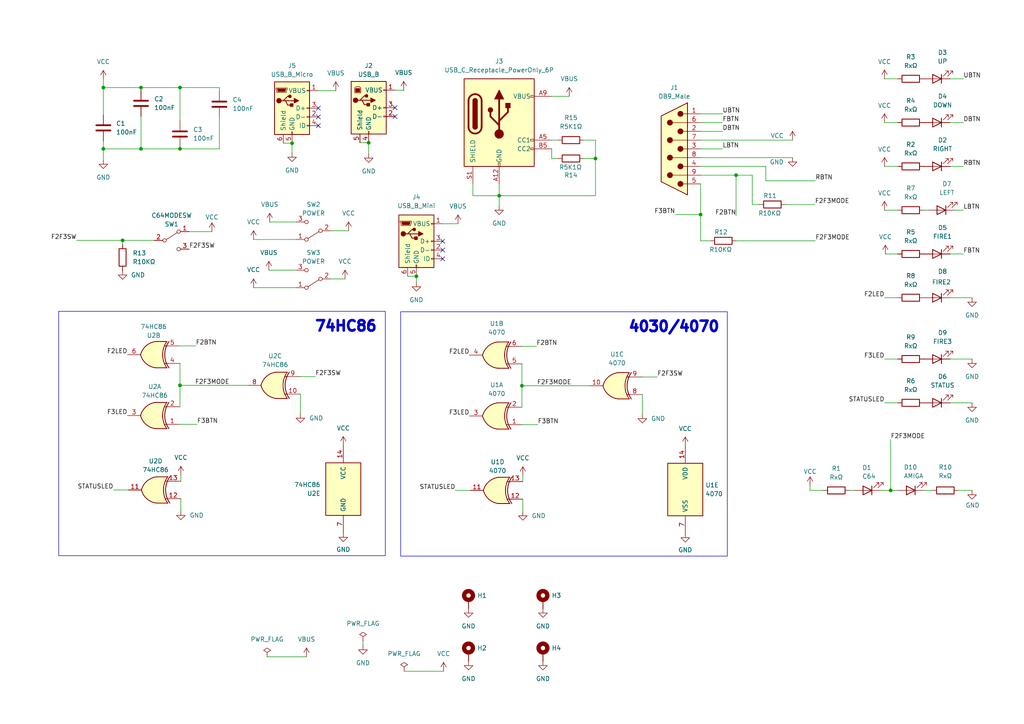
<source format=kicad_sch>
(kicad_sch (version 20250114) (generator "eeschema") (generator_version "9.0")
  (paper "A4")
  (title_block (title "joytester") (rev "1.0") (company "mistepien@wp.pl"))
  (lib_symbols
    (symbol "4xxx:4070" (pin_names (offset 1.016))
      (property "Reference" "U" (at 0 1.27 0))
      (property "Value" "4070" (at 0 -1.27 0))
      (symbol "4070_1_0"
        (pin input line (at -7.62 2.54 0) (length 4.445) (name "~") (number "1"))
        (pin input line (at -7.62 -2.54 0) (length 4.445) (name "~") (number "2"))
        (pin output line (at 7.62 0 180) (length 3.81) (name "~") (number "3"))
      )
      (symbol "4070_2_0"
        (pin input line (at -7.62 2.54 0) (length 4.445) (name "~") (number "5"))
        (pin input line (at -7.62 -2.54 0) (length 4.445) (name "~") (number "6"))
        (pin output line (at 7.62 0 180) (length 3.81) (name "~") (number "4"))
      )
      (symbol "4070_3_0"
        (pin input line (at -7.62 2.54 0) (length 4.445) (name "~") (number "8"))
        (pin input line (at -7.62 -2.54 0) (length 4.445) (name "~") (number "9"))
        (pin output line (at 7.62 0 180) (length 3.81) (name "~") (number "10"))
      )
      (symbol "4070_4_0"
        (pin input line (at -7.62 2.54 0) (length 4.445) (name "~") (number "12"))
        (pin input line (at -7.62 -2.54 0) (length 4.445) (name "~") (number "13"))
        (pin output line (at 7.62 0 180) (length 3.81) (name "~") (number "11"))
      )
      (symbol "4070_5_0"
        (pin power_in line (at 0 12.7 270) (length 5.08) (name "VDD") (number "14"))
        (pin power_in line (at 0 -12.7 90) (length 5.08) (name "VSS") (number "7"))
      )
    )
    (symbol "74xx:74HC86" (pin_names (offset 1.016))
      (property "Reference" "U" (at 0 1.27 0))
      (property "Value" "74HC86" (at 0 -1.27 0))
      (symbol "74HC86_1_0"
        (pin input line (at -7.62 2.54 0) (length 4.445) (name "~") (number "1"))
        (pin input line (at -7.62 -2.54 0) (length 4.445) (name "~") (number "2"))
        (pin output line (at 7.62 0 180) (length 3.81) (name "~") (number "3"))
      )
      (symbol "74HC86_2_0"
        (pin input line (at -7.62 2.54 0) (length 4.445) (name "~") (number "4"))
        (pin input line (at -7.62 -2.54 0) (length 4.445) (name "~") (number "5"))
        (pin output line (at 7.62 0 180) (length 3.81) (name "~") (number "6"))
      )
      (symbol "74HC86_3_0"
        (pin input line (at -7.62 2.54 0) (length 4.445) (name "~") (number "9"))
        (pin input line (at -7.62 -2.54 0) (length 4.445) (name "~") (number "10"))
        (pin output line (at 7.62 0 180) (length 3.81) (name "~") (number "8"))
      )
      (symbol "74HC86_4_0"
        (pin input line (at -7.62 2.54 0) (length 4.445) (name "~") (number "12"))
        (pin input line (at -7.62 -2.54 0) (length 4.445) (name "~") (number "13"))
        (pin output line (at 7.62 0 180) (length 3.81) (name "~") (number "11"))
      )
      (symbol "74HC86_5_0"
        (pin power_in line (at 0 12.7 270) (length 5.08) (name "VCC") (number "14"))
        (pin power_in line (at 0 -12.7 90) (length 5.08) (name "GND") (number "7"))
      )
    )
    (symbol "Connector:DE9_Plug" (pin_names (offset 1.016) (hide yes))
      (property "Reference" "J" (at 0 13.97 0))
      (property "Value" "DE9_Plug" (at 0 -14.605 0))
      (symbol "DE9_Plug_1_1"
        (pin passive line (at -7.62 10.16 0) (length 3.81) (name "5") (number "5"))
        (pin passive line (at -7.62 7.62 0) (length 3.81) (name "9") (number "9"))
        (pin passive line (at -7.62 5.08 0) (length 3.81) (name "4") (number "4"))
        (pin passive line (at -7.62 2.54 0) (length 3.81) (name "8") (number "8"))
        (pin passive line (at -7.62 0 0) (length 3.81) (name "3") (number "3"))
        (pin passive line (at -7.62 -2.54 0) (length 3.81) (name "7") (number "7"))
        (pin passive line (at -7.62 -5.08 0) (length 3.81) (name "2") (number "2"))
        (pin passive line (at -7.62 -7.62 0) (length 3.81) (name "6") (number "6"))
        (pin passive line (at -7.62 -10.16 0) (length 3.81) (name "1") (number "1"))
      )
    )
    (symbol "Connector:USB_B" (pin_names (offset 1.016))
      (property "Reference" "J" (at -5.08 11.43 0))
      (property "Value" "USB_B" (at -5.08 8.89 0))
      (symbol "USB_B_1_1"
        (pin passive line (at -2.54 -10.16 90) (length 2.54) (name "Shield") (number "5"))
        (pin power_out line (at 0 -10.16 90) (length 2.54) (name "GND") (number "4"))
        (pin power_out line (at 7.62 5.08 180) (length 2.54) (name "VBUS") (number "1"))
        (pin bidirectional line (at 7.62 0 180) (length 2.54) (name "D+") (number "3"))
        (pin bidirectional line (at 7.62 -2.54 180) (length 2.54) (name "D-") (number "2"))
      )
    )
    (symbol "Connector:USB_B_Micro" (pin_names (offset 1.016))
      (property "Reference" "J" (at -5.08 11.43 0))
      (property "Value" "USB_B_Micro" (at -5.08 8.89 0))
      (symbol "USB_B_Micro_1_1"
        (pin passive line (at -2.54 -10.16 90) (length 2.54) (name "Shield") (number "6"))
        (pin power_out line (at 0 -10.16 90) (length 2.54) (name "GND") (number "5"))
        (pin power_out line (at 7.62 5.08 180) (length 2.54) (name "VBUS") (number "1"))
        (pin bidirectional line (at 7.62 0 180) (length 2.54) (name "D+") (number "3"))
        (pin bidirectional line (at 7.62 -2.54 180) (length 2.54) (name "D-") (number "2"))
        (pin passive line (at 7.62 -5.08 180) (length 2.54) (name "ID") (number "4"))
      )
    )
    (symbol "Connector:USB_B_Mini" (pin_names (offset 1.016))
      (property "Reference" "J" (at -5.08 11.43 0))
      (property "Value" "USB_B_Mini" (at -5.08 8.89 0))
      (symbol "USB_B_Mini_1_1"
        (pin passive line (at -2.54 -10.16 90) (length 2.54) (name "Shield") (number "6"))
        (pin power_out line (at 0 -10.16 90) (length 2.54) (name "GND") (number "5"))
        (pin power_out line (at 7.62 5.08 180) (length 2.54) (name "VBUS") (number "1"))
        (pin bidirectional line (at 7.62 0 180) (length 2.54) (name "D+") (number "3"))
        (pin bidirectional line (at 7.62 -2.54 180) (length 2.54) (name "D-") (number "2"))
        (pin passive line (at 7.62 -5.08 180) (length 2.54) (name "ID") (number "4"))
      )
    )
    (symbol "Connector:USB_C_Receptacle_PowerOnly_6P" (pin_names (offset 1.016))
      (property "Reference" "J" (at 0 16.51 0))
      (property "Value" "USB_C_Receptacle_PowerOnly_6P" (at 0 13.97 0))
      (symbol "USB_C_Receptacle_PowerOnly_6P_1_1"
        (pin passive line (at -7.62 -17.78 90) (length 5.08) (name "SHIELD") (number "S1"))
        (pin passive line (at 0 -17.78 90) (length 5.08) (name "GND") (number "A12"))
        (pin passive line (at 0 -17.78 90) (length 5.08) (hide yes) (name "GND") (number "B12"))
        (pin passive line (at 15.24 7.62 180) (length 5.08) (name "VBUS") (number "A9"))
        (pin passive line (at 15.24 7.62 180) (length 5.08) (hide yes) (name "VBUS") (number "B9"))
        (pin bidirectional line (at 15.24 -5.08 180) (length 5.08) (name "CC1") (number "A5"))
        (pin bidirectional line (at 15.24 -7.62 180) (length 5.08) (name "CC2") (number "B5"))
      )
    )
    (symbol "Device:C" (pin_numbers (hide yes)) (pin_names (offset 0.254))
      (property "Reference" "C" (at 0.635 2.54 0))
      (property "Value" "C" (at 0.635 -2.54 0))
      (symbol "C_1_1"
        (pin passive line (at 0 3.81 270) (length 2.794) (name "~") (number "1"))
        (pin passive line (at 0 -3.81 90) (length 2.794) (name "~") (number "2"))
      )
    )
    (symbol "Device:LED" (pin_numbers (hide yes)) (pin_names (offset 1.016) (hide yes))
      (property "Reference" "D" (at 0 2.54 0))
      (property "Value" "LED" (at 0 -2.54 0))
      (symbol "LED_1_1"
        (pin passive line (at -3.81 0 0) (length 2.54) (name "K") (number "1"))
        (pin passive line (at 3.81 0 180) (length 2.54) (name "A") (number "2"))
      )
    )
    (symbol "Device:R" (pin_numbers (hide yes)) (pin_names (offset 0))
      (property "Reference" "R" (at 2.032 0 90))
      (property "Value" "R" (at 0 0 90))
      (symbol "R_1_1"
        (pin passive line (at 0 3.81 270) (length 1.27) (name "~") (number "1"))
        (pin passive line (at 0 -3.81 90) (length 1.27) (name "~") (number "2"))
      )
    )
    (symbol "Mechanical:MountingHole_Pad" (pin_numbers (hide yes)) (pin_names (offset 1.016) (hide yes)) (exclude_from_sim yes) (in_bom no)
      (property "Reference" "H" (at 0 6.35 0))
      (property "Value" "MountingHole_Pad" (at 0 4.445 0))
      (symbol "MountingHole_Pad_1_1"
        (pin input line (at 0 -2.54 90) (length 2.54) (name "1") (number "1"))
      )
    )
    (symbol "Switch:SW_SPDT" (pin_names (offset 0) (hide yes))
      (property "Reference" "SW" (at 0 4.318 0))
      (property "Value" "SW_SPDT" (at 0 -5.08 0))
      (symbol "SW_SPDT_1_1"
        (pin passive line (at -5.08 0 0) (length 2.54) (name "B") (number "2"))
        (pin passive line (at 5.08 2.54 180) (length 2.54) (name "A") (number "1"))
        (pin passive line (at 5.08 -2.54 180) (length 2.54) (name "C") (number "3"))
      )
    )
    (symbol "power:GND" (power) (pin_names (offset 0))
      (property "Value" "GND" (at 0 -3.81 0))
      (symbol "GND_1_1"
        (pin power_in line (at 0 0 270) (length 0) (hide yes) (name "GND") (number "1"))
      )
    )
    (symbol "power:PWR_FLAG" (power) (pin_numbers (hide yes)) (pin_names (offset 0) (hide yes))
      (property "Value" "PWR_FLAG" (at 0 3.81 0))
      (symbol "PWR_FLAG_0_0"
        (pin power_out line (at 0 0 90) (length 0) (name "pwr") (number "1"))
      )
    )
    (symbol "power:VBUS" (power) (pin_names (offset 0))
      (property "Value" "VBUS" (at 0 3.81 0))
      (symbol "VBUS_1_1"
        (pin power_in line (at 0 0 90) (length 0) (hide yes) (name "VBUS") (number "1"))
      )
    )
    (symbol "power:VCC" (power) (pin_names (offset 0))
      (property "Value" "VCC" (at 0 3.81 0))
      (symbol "VCC_1_1"
        (pin power_in line (at 0 0 90) (length 0) (hide yes) (name "VCC") (number "1"))
      )
    )
  )
  (rectangle (start 116.205 90.424) (end 210.947 161.29))
  (rectangle (start 17.018 90.297) (end 111.76 161.163))
  (text "74HC86" (at 91.059 96.52 0) (effects (font (size 3 3) (thickness 0.8) (bold yes)) (justify left bottom)))
  (text "4030/4070" (at 181.991 96.647 0) (effects (font (size 3 3) (thickness 0.8) (bold yes)) (justify left bottom)))
  (junction (at 144.78 56.769))
  (junction (at 120.777 80.137))
  (junction (at 52.197 43.18))
  (junction (at 40.894 43.18))
  (junction (at 106.934 41.402))
  (junction (at 29.972 43.18))
  (junction (at 40.894 25.4))
  (junction (at 52.197 111.76))
  (junction (at 151.384 111.887))
  (junction (at 213.487 50.8))
  (junction (at 29.972 25.4))
  (junction (at 258.318 142.24))
  (junction (at 203.2 62.23))
  (junction (at 35.56 69.723))
  (junction (at 84.709 41.529))
  (junction (at 52.197 25.4))
  (junction (at 172.72 45.974))
  (no_connect (at 114.554 33.782))
  (no_connect (at 92.329 36.449))
  (no_connect (at 92.329 31.369))
  (no_connect (at 92.329 33.909))
  (no_connect (at 128.397 72.517))
  (no_connect (at 114.554 31.242))
  (no_connect (at 128.397 75.057))
  (no_connect (at 128.397 69.977))
  (wire (pts (xy 118.237 80.137) (xy 120.777 80.137)))
  (wire (pts (xy 35.56 69.723) (xy 44.704 69.723)))
  (wire (pts (xy 73.533 69.469) (xy 85.852 69.469)))
  (wire (pts (xy 52.197 25.4) (xy 63.627 25.4)))
  (wire (pts (xy 151.384 105.537) (xy 151.384 111.887)))
  (wire (pts (xy 229.87 40.64) (xy 203.2 40.64)))
  (wire (pts (xy 40.894 25.4) (xy 52.197 25.4)))
  (wire (pts (xy 73.533 83.439) (xy 85.852 83.439)))
  (wire (pts (xy 144.78 56.769) (xy 144.78 53.34)))
  (wire (pts (xy 161.798 45.974) (xy 160.02 45.974)))
  (wire (pts (xy 29.972 43.18) (xy 29.972 40.894)))
  (wire (pts (xy 222.123 48.26) (xy 222.123 52.451)))
  (wire (pts (xy 172.72 45.974) (xy 172.72 56.769)))
  (wire (pts (xy 213.614 69.85) (xy 236.474 69.85)))
  (wire (pts (xy 52.197 111.76) (xy 71.882 111.76)))
  (wire (pts (xy 52.197 111.76) (xy 52.197 117.983)))
  (wire (pts (xy 227.838 59.309) (xy 236.347 59.309)))
  (wire (pts (xy 256.794 73.66) (xy 260.35 73.66)))
  (wire (pts (xy 258.318 127.508) (xy 258.318 142.24)))
  (wire (pts (xy 234.95 142.24) (xy 238.76 142.24)))
  (wire (pts (xy 120.777 81.915) (xy 120.777 80.137)))
  (wire (pts (xy 40.894 33.782) (xy 40.894 43.18)))
  (wire (pts (xy 276.86 60.96) (xy 279.4 60.96)))
  (wire (pts (xy 256.54 104.14) (xy 260.35 104.14)))
  (wire (pts (xy 144.78 59.69) (xy 144.78 56.769)))
  (wire (pts (xy 105.283 187.198) (xy 105.283 185.928)))
  (wire (pts (xy 151.638 148.336) (xy 151.638 144.78)))
  (wire (pts (xy 258.318 142.24) (xy 260.35 142.24)))
  (wire (pts (xy 137.16 56.769) (xy 137.16 53.34)))
  (wire (pts (xy 22.225 69.723) (xy 35.56 69.723)))
  (wire (pts (xy 96.012 66.929) (xy 101.092 66.929)))
  (wire (pts (xy 165.1 27.94) (xy 160.02 27.94)))
  (wire (pts (xy 172.72 45.974) (xy 169.418 45.974)))
  (wire (pts (xy 275.59 35.56) (xy 279.4 35.56)))
  (wire (pts (xy 275.59 73.66) (xy 279.4 73.66)))
  (wire (pts (xy 61.468 67.183) (xy 54.864 67.183)))
  (wire (pts (xy 52.197 25.4) (xy 52.197 35.052)))
  (wire (pts (xy 35.56 70.866) (xy 35.56 69.723)))
  (wire (pts (xy 256.54 22.86) (xy 260.35 22.86)))
  (wire (pts (xy 256.54 35.56) (xy 260.35 35.56)))
  (wire (pts (xy 246.38 142.24) (xy 247.777 142.24)))
  (wire (pts (xy 203.2 69.85) (xy 205.994 69.85)))
  (wire (pts (xy 132.08 142.24) (xy 136.398 142.24)))
  (wire (pts (xy 172.72 56.769) (xy 144.78 56.769)))
  (wire (pts (xy 203.2 69.85) (xy 203.2 62.23)))
  (wire (pts (xy 255.397 142.24) (xy 258.318 142.24)))
  (wire (pts (xy 222.123 48.26) (xy 203.2 48.26)))
  (wire (pts (xy 256.54 60.96) (xy 260.35 60.96)))
  (wire (pts (xy 256.54 86.36) (xy 260.35 86.36)))
  (wire (pts (xy 218.186 50.8) (xy 218.186 59.309)))
  (wire (pts (xy 209.55 43.18) (xy 203.2 43.18)))
  (wire (pts (xy 78.232 64.389) (xy 85.852 64.389)))
  (wire (pts (xy 52.197 123.063) (xy 57.15 123.063)))
  (wire (pts (xy 229.87 45.72) (xy 203.2 45.72)))
  (wire (pts (xy 209.55 35.56) (xy 203.2 35.56)))
  (wire (pts (xy 132.842 64.897) (xy 128.397 64.897)))
  (wire (pts (xy 256.54 116.84) (xy 260.35 116.84)))
  (wire (pts (xy 117.094 26.162) (xy 114.554 26.162)))
  (wire (pts (xy 151.384 123.19) (xy 155.956 123.19)))
  (wire (pts (xy 195.834 62.23) (xy 203.2 62.23)))
  (wire (pts (xy 100.076 80.899) (xy 96.012 80.899)))
  (wire (pts (xy 267.97 142.24) (xy 270.383 142.24)))
  (wire (pts (xy 275.59 22.86) (xy 279.4 22.86)))
  (wire (pts (xy 52.197 43.18) (xy 52.197 42.672)))
  (wire (pts (xy 281.94 116.84) (xy 275.59 116.84)))
  (wire (pts (xy 213.487 50.8) (xy 218.186 50.8)))
  (wire (pts (xy 172.72 40.64) (xy 172.72 45.974)))
  (wire (pts (xy 281.94 142.24) (xy 278.003 142.24)))
  (wire (pts (xy 151.384 111.887) (xy 171.069 111.887)))
  (wire (pts (xy 267.97 60.96) (xy 269.24 60.96)))
  (wire (pts (xy 222.123 52.451) (xy 236.474 52.451)))
  (wire (pts (xy 203.2 53.34) (xy 203.2 62.23)))
  (wire (pts (xy 52.451 148.209) (xy 52.451 144.653)))
  (wire (pts (xy 52.197 105.41) (xy 52.197 111.76)))
  (wire (pts (xy 256.54 48.26) (xy 260.35 48.26)))
  (wire (pts (xy 63.627 43.18) (xy 63.627 34.036)))
  (wire (pts (xy 151.384 111.887) (xy 151.384 118.11)))
  (wire (pts (xy 275.59 48.26) (xy 279.4 48.26)))
  (wire (pts (xy 151.384 100.457) (xy 155.575 100.457)))
  (wire (pts (xy 186.309 120.142) (xy 186.309 114.427)))
  (wire (pts (xy 52.197 43.18) (xy 63.627 43.18)))
  (wire (pts (xy 87.122 109.22) (xy 91.44 109.22)))
  (wire (pts (xy 63.627 25.4) (xy 63.627 26.416)))
  (wire (pts (xy 203.2 50.8) (xy 213.487 50.8)))
  (wire (pts (xy 186.309 109.347) (xy 190.627 109.347)))
  (wire (pts (xy 275.59 86.36) (xy 281.94 86.36)))
  (wire (pts (xy 29.972 22.987) (xy 29.972 25.4)))
  (wire (pts (xy 275.59 104.14) (xy 281.94 104.14)))
  (wire (pts (xy 106.934 41.402) (xy 106.934 44.577)))
  (wire (pts (xy 29.972 25.4) (xy 40.894 25.4)))
  (wire (pts (xy 32.893 142.113) (xy 37.211 142.113)))
  (wire (pts (xy 52.197 100.33) (xy 56.769 100.33)))
  (wire (pts (xy 52.451 137.795) (xy 52.451 139.573)))
  (wire (pts (xy 77.978 78.359) (xy 85.852 78.359)))
  (wire (pts (xy 172.72 40.64) (xy 169.418 40.64)))
  (wire (pts (xy 29.972 43.18) (xy 40.894 43.18)))
  (wire (pts (xy 160.02 45.974) (xy 160.02 43.18)))
  (wire (pts (xy 137.16 56.769) (xy 144.78 56.769)))
  (wire (pts (xy 97.409 26.289) (xy 92.329 26.289)))
  (wire (pts (xy 151.638 137.922) (xy 151.638 139.7)))
  (wire (pts (xy 77.47 190.5) (xy 88.9 190.5)))
  (wire (pts (xy 82.169 41.529) (xy 84.709 41.529)))
  (wire (pts (xy 40.894 43.18) (xy 52.197 43.18)))
  (wire (pts (xy 117.221 194.691) (xy 128.651 194.691)))
  (wire (pts (xy 29.972 43.18) (xy 29.972 46.355)))
  (wire (pts (xy 161.798 40.64) (xy 160.02 40.64)))
  (wire (pts (xy 209.55 33.02) (xy 203.2 33.02)))
  (wire (pts (xy 40.894 25.4) (xy 40.894 26.162)))
  (wire (pts (xy 87.122 120.015) (xy 87.122 114.3)))
  (wire (pts (xy 104.394 41.402) (xy 106.934 41.402)))
  (wire (pts (xy 218.186 59.309) (xy 220.218 59.309)))
  (wire (pts (xy 29.972 25.4) (xy 29.972 33.274)))
  (wire (pts (xy 234.95 140.843) (xy 234.95 142.24)))
  (wire (pts (xy 209.55 38.1) (xy 203.2 38.1)))
  (wire (pts (xy 84.709 44.323) (xy 84.709 41.529)))
  (wire (pts (xy 213.487 62.611) (xy 213.487 50.8)))
  (label "UBTN" (at 279.4 22.86 0))
  (label "F3BTN" (at 195.834 62.23 180))
  (label "DBTN" (at 279.4 35.56 0))
  (label "F2F3MODE" (at 236.474 69.85 0))
  (label "LBTN" (at 279.4 60.96 0))
  (label "F2F3MODE" (at 258.318 127.508 0))
  (label "RBTN" (at 236.474 52.451 0))
  (label "F2LED" (at 256.54 86.36 180))
  (label "RBTN" (at 279.4 48.26 0))
  (label "F2F3SW" (at 54.864 72.263 0))
  (label "UBTN" (at 209.55 33.02 0))
  (label "F3LED" (at 256.54 104.14 180))
  (label "F3LED" (at 136.144 120.65 180))
  (label "LBTN" (at 209.55 43.18 0))
  (label "F2F3SW" (at 22.225 69.723 180))
  (label "F2F3SW" (at 190.627 109.347 0))
  (label "F2BTN" (at 56.769 100.33 0))
  (label "F2LED" (at 136.144 102.997 180))
  (label "STATUSLED" (at 32.893 142.113 180))
  (label "F2BTN" (at 155.575 100.457 0))
  (label "F2BTN" (at 213.487 62.611 180))
  (label "F3BTN" (at 57.15 123.063 0))
  (label "F2F3SW" (at 91.44 109.22 0))
  (label "F2F3MODE" (at 236.347 59.309 0))
  (label "F2F3MODE" (at 66.548 111.76 180))
  (label "DBTN" (at 209.55 38.1 0))
  (label "F3BTN" (at 155.956 123.19 0))
  (label "F3LED" (at 36.957 120.523 180))
  (label "FBTN" (at 279.4 73.66 0))
  (label "STATUSLED" (at 132.08 142.24 180))
  (label "STATUSLED" (at 256.54 116.84 180))
  (label "FBTN" (at 209.55 35.56 0))
  (label "F2F3MODE" (at 165.735 111.887 180))
  (label "F2LED" (at 36.957 102.87 180))
  (symbol (lib_id "Device:R") (at 264.16 73.66 90) (unit 1)
    (property "Reference" "R5" (at 264.16 67.31 90))
    (property "Value" "RxΩ" (at 264.16 69.85 90))
    (property "Footprint" "misc:R_Axial_DIN0207_L6.3mm_D2.5mm_P10.16mm_Horizontal_Oval" (effects (hide yes)))
  )
  (symbol (lib_id "power:VCC") (at 256.54 48.26 0) (unit 1)
    (property "Reference" "#PWR013" (effects (hide yes)))
    (property "Value" "VCC" (at 256.54 43.307 0))
  )
  (symbol (lib_id "power:GND") (at 186.309 120.142 0) (unit 1)
    (property "Reference" "#PWR017" (effects (hide yes)))
    (property "Value" "GND" (at 188.849 121.4119 0) (effects (justify left)))
  )
  (symbol (lib_id "power:GND") (at 120.777 81.915 0) (unit 1)
    (property "Reference" "#PWR043" (effects (hide yes)))
    (property "Value" "GND" (at 120.777 86.995 0))
  )
  (symbol (lib_id "power:VCC") (at 52.451 137.795 0) (unit 1)
    (property "Reference" "#PWR023" (effects (hide yes)))
    (property "Value" "VCC" (at 52.451 132.715 0))
  )
  (symbol (lib_id "power:PWR_FLAG") (at 117.221 194.691 0) (unit 1)
    (property "Reference" "#FLG02" (effects (hide yes)))
    (property "Value" "PWR_FLAG" (at 117.221 189.611 0))
  )
  (symbol (lib_id "power:VBUS") (at 77.978 78.359 0) (unit 1)
    (property "Reference" "#PWR036" (effects (hide yes)))
    (property "Value" "VBUS" (at 77.978 73.279 0))
  )
  (symbol (lib_id "4xxx:4070") (at 178.689 111.887 180) (unit 3)
    (property "Reference" "U1" (at 178.9938 102.743 0))
    (property "Value" "4070" (at 178.9938 105.283 0))
    (property "Footprint" "PCM_Package_DIP_AKL:DIP-14_W7.62mm_Socket_LongPads" (effects (hide yes)))
    (property "Datasheet" "http://www.intersil.com/content/dam/Intersil/documents/cd40/cd4070bms-77bms.pdf" (effects (hide yes)))
  )
  (symbol (lib_id "power:GND") (at 144.78 59.69 0) (unit 1)
    (property "Reference" "#PWR030" (effects (hide yes)))
    (property "Value" "GND" (at 144.78 64.77 0))
  )
  (symbol (lib_id "power:VCC") (at 73.533 83.439 0) (unit 1)
    (property "Reference" "#PWR022" (effects (hide yes)))
    (property "Value" "VCC" (at 73.533 78.232 0))
  )
  (symbol (lib_id "power:GND") (at 135.89 191.77 0) (unit 1)
    (property "Reference" "#PWR047" (effects (hide yes)))
    (property "Value" "GND" (at 135.89 196.85 0))
  )
  (symbol (lib_id "power:VCC") (at 256.54 35.56 0) (unit 1)
    (property "Reference" "#PWR012" (effects (hide yes)))
    (property "Value" "VCC" (at 256.54 30.607 0))
  )
  (symbol (lib_id "Device:LED") (at 271.78 116.84 180) (unit 1)
    (property "Reference" "D6" (at 273.3675 109.22 0))
    (property "Value" "STATUS" (at 273.3675 111.76 0))
    (property "Footprint" "misc:LED_D3.0mm_Oval" (effects (hide yes)))
  )
  (symbol (lib_id "power:VBUS") (at 132.842 64.897 0) (unit 1)
    (property "Reference" "#PWR042" (effects (hide yes)))
    (property "Value" "VBUS" (at 132.842 59.817 0))
  )
  (symbol (lib_id "power:VCC") (at 151.638 137.922 0) (unit 1)
    (property "Reference" "#PWR010" (effects (hide yes)))
    (property "Value" "VCC" (at 151.638 132.842 0))
  )
  (symbol (lib_id "power:VCC") (at 128.651 194.691 0) (unit 1)
    (property "Reference" "#PWR021" (effects (hide yes)))
    (property "Value" "VCC" (at 128.651 189.611 0))
  )
  (symbol (lib_id "Switch:SW_SPDT") (at 90.932 66.929 180) (unit 1)
    (property "Reference" "SW2" (at 90.932 59.309 0))
    (property "Value" "POWER" (at 90.932 61.849 0))
    (property "Footprint" "misc:E-Switch-EG1218-Manufacturer_Recommended_Oval" (effects (hide yes)))
  )
  (symbol (lib_id "power:GND") (at 281.94 86.36 0) (unit 1)
    (property "Reference" "#PWR018" (effects (hide yes)))
    (property "Value" "GND" (at 281.94 91.44 0))
  )
  (symbol (lib_id "Device:C") (at 40.894 29.972 0) (unit 1)
    (property "Reference" "C2" (at 44.704 28.7019 0) (effects (justify left)))
    (property "Value" "100nF" (at 44.704 31.2419 0) (effects (justify left)))
    (property "Footprint" "misc:C_Disc_D3.8mm_W2.6mm_P2.50mm" (effects (hide yes)))
  )
  (symbol (lib_id "4xxx:4070") (at 198.755 141.986 0) (unit 5)
    (property "Reference" "U1" (at 204.597 140.716 0) (effects (justify left)))
    (property "Value" "4070" (at 204.597 143.256 0) (effects (justify left)))
    (property "Footprint" "PCM_Package_DIP_AKL:DIP-14_W7.62mm_Socket_LongPads" (effects (hide yes)))
    (property "Datasheet" "http://www.intersil.com/content/dam/Intersil/documents/cd40/cd4070bms-77bms.pdf" (effects (hide yes)))
  )
  (symbol (lib_id "Device:LED") (at 271.78 35.56 180) (unit 1)
    (property "Reference" "D4" (at 273.3675 27.94 0))
    (property "Value" "DOWN" (at 273.3675 30.48 0))
    (property "Footprint" "misc:LED_D3.0mm_Oval" (effects (hide yes)))
  )
  (symbol (lib_id "power:GND") (at 35.56 78.486 0) (mirror y) (unit 1)
    (property "Reference" "#PWR09" (effects (hide yes)))
    (property "Value" "GND" (at 37.973 79.756 0) (effects (justify right)))
  )
  (symbol (lib_id "power:GND") (at 87.122 120.015 0) (unit 1)
    (property "Reference" "#PWR027" (effects (hide yes)))
    (property "Value" "GND" (at 89.662 121.2849 0) (effects (justify left)))
  )
  (symbol (lib_id "power:VCC") (at 256.54 22.86 0) (unit 1)
    (property "Reference" "#PWR011" (effects (hide yes)))
    (property "Value" "VCC" (at 256.54 17.907 0))
  )
  (symbol (lib_id "Device:R") (at 264.16 86.36 90) (unit 1)
    (property "Reference" "R8" (at 264.16 80.01 90))
    (property "Value" "RxΩ" (at 264.16 82.55 90))
    (property "Footprint" "misc:R_Axial_DIN0207_L6.3mm_D2.5mm_P10.16mm_Horizontal_Oval" (effects (hide yes)))
  )
  (symbol (lib_id "Device:R") (at 165.608 40.64 270) (unit 1)
    (property "Reference" "R15" (at 165.608 34.163 90))
    (property "Value" "R5K1Ω" (at 165.608 36.703 90))
    (property "Footprint" "misc:R_Axial_DIN0207_L6.3mm_D2.5mm_P10.16mm_Horizontal_Oval" (effects (hide yes)))
  )
  (symbol (lib_id "power:VBUS") (at 78.232 64.389 0) (unit 1)
    (property "Reference" "#PWR033" (effects (hide yes)))
    (property "Value" "VBUS" (at 78.232 59.309 0))
  )
  (symbol (lib_id "Device:C") (at 63.627 30.226 0) (unit 1)
    (property "Reference" "C4" (at 67.437 28.9559 0) (effects (justify left)))
    (property "Value" "100nF" (at 67.437 31.4959 0) (effects (justify left)))
    (property "Footprint" "misc:C_Disc_D3.8mm_W2.6mm_P2.50mm" (effects (hide yes)))
  )
  (symbol (lib_id "power:GND") (at 229.87 45.72 0) (unit 1)
    (property "Reference" "#PWR06" (effects (hide yes)))
    (property "Value" "GND" (at 227.33 46.9901 0) (effects (justify right)))
  )
  (symbol (lib_id "power:GND") (at 106.934 44.577 0) (unit 1)
    (property "Reference" "#PWR03" (effects (hide yes)))
    (property "Value" "GND" (at 106.934 49.657 0))
  )
  (symbol (lib_id "power:VBUS") (at 97.409 26.289 0) (unit 1)
    (property "Reference" "#PWR039" (effects (hide yes)))
    (property "Value" "VBUS" (at 97.409 21.209 0))
  )
  (symbol (lib_id "Device:R") (at 224.028 59.309 90) (unit 1)
    (property "Reference" "R11" (at 225.298 56.769 90) (effects (justify left)))
    (property "Value" "R10KΩ" (at 226.568 61.849 90) (effects (justify left)))
    (property "Footprint" "misc:R_Axial_DIN0207_L6.3mm_D2.5mm_P10.16mm_Horizontal_Oval" (effects (hide yes)))
  )
  (symbol (lib_id "power:GND") (at 281.94 116.84 0) (unit 1)
    (property "Reference" "#PWR016" (effects (hide yes)))
    (property "Value" "GND" (at 281.94 121.92 0))
  )
  (symbol (lib_id "74xx:74HC86") (at 99.568 141.859 0) (unit 5)
    (property "Reference" "U2" (at 92.964 143.129 0) (effects (justify right)))
    (property "Value" "74HC86" (at 92.964 140.589 0) (effects (justify right)))
    (property "Footprint" "PCM_Package_DIP_AKL:DIP-14_W7.62mm_Socket_LongPads" (effects (hide yes)))
    (property "Datasheet" "http://www.ti.com/lit/gpn/sn74HC86" (effects (hide yes)))
  )
  (symbol (lib_id "Device:R") (at 165.608 45.974 270) (unit 1)
    (property "Reference" "R14" (at 165.608 50.8 90))
    (property "Value" "R5K1Ω" (at 165.481 48.514 90))
    (property "Footprint" "misc:R_Axial_DIN0207_L6.3mm_D2.5mm_P10.16mm_Horizontal_Oval" (effects (hide yes)))
  )
  (symbol (lib_id "Device:LED") (at 264.16 142.24 180) (unit 1)
    (property "Reference" "D10" (at 262.128 135.509 0) (effects (justify right)))
    (property "Value" "AMIGA" (at 262.128 138.049 0) (effects (justify right)))
    (property "Footprint" "misc:LED_D3.0mm_Oval" (effects (hide yes)))
  )
  (symbol (lib_id "Device:R") (at 264.16 116.84 90) (unit 1)
    (property "Reference" "R6" (at 264.16 110.49 90))
    (property "Value" "RxΩ" (at 264.16 113.03 90))
    (property "Footprint" "misc:R_Axial_DIN0207_L6.3mm_D2.5mm_P10.16mm_Horizontal_Oval" (effects (hide yes)))
  )
  (symbol (lib_id "power:GND") (at 105.283 187.198 0) (unit 1)
    (property "Reference" "#PWR020" (effects (hide yes)))
    (property "Value" "GND" (at 105.283 192.278 0))
  )
  (symbol (lib_id "power:GND") (at 157.48 176.53 0) (unit 1)
    (property "Reference" "#PWR045" (effects (hide yes)))
    (property "Value" "GND" (at 157.48 181.61 0))
  )
  (symbol (lib_id "Device:LED") (at 271.78 22.86 180) (unit 1)
    (property "Reference" "D3" (at 273.3675 15.24 0))
    (property "Value" "UP" (at 273.3675 17.78 0))
    (property "Footprint" "misc:LED_D3.0mm_Oval" (effects (hide yes)))
  )
  (symbol (lib_id "power:VCC") (at 99.568 129.159 0) (unit 1)
    (property "Reference" "#PWR028" (effects (hide yes)))
    (property "Value" "VCC" (at 99.568 124.206 0))
  )
  (symbol (lib_id "power:VCC") (at 198.755 129.286 0) (unit 1)
    (property "Reference" "#PWR040" (effects (hide yes)))
    (property "Value" "VCC" (at 198.755 124.333 0))
  )
  (symbol (lib_id "power:VCC") (at 229.87 40.64 0) (unit 1)
    (property "Reference" "#PWR08" (effects (hide yes)))
    (property "Value" "VCC" (at 227.33 39.3701 0) (effects (justify right)))
  )
  (symbol (lib_id "Device:R") (at 209.804 69.85 90) (unit 1)
    (property "Reference" "R12" (at 211.074 67.31 90) (effects (justify left)))
    (property "Value" "R10KΩ" (at 212.344 72.39 90) (effects (justify left)))
    (property "Footprint" "misc:R_Axial_DIN0207_L6.3mm_D2.5mm_P10.16mm_Horizontal_Oval" (effects (hide yes)))
  )
  (symbol (lib_id "Device:R") (at 264.16 35.56 90) (unit 1)
    (property "Reference" "R4" (at 264.16 29.21 90))
    (property "Value" "RxΩ" (at 264.16 31.75 90))
    (property "Footprint" "misc:R_Axial_DIN0207_L6.3mm_D2.5mm_P10.16mm_Horizontal_Oval" (effects (hide yes)))
  )
  (symbol (lib_id "power:VBUS") (at 117.094 26.162 0) (unit 1)
    (property "Reference" "#PWR032" (effects (hide yes)))
    (property "Value" "VBUS" (at 117.094 21.082 0))
  )
  (symbol (lib_id "Mechanical:MountingHole_Pad") (at 157.48 189.23 0) (unit 1) (exclude_from_sim yes) (in_bom no)
    (property "Reference" "H4" (at 160.02 187.9599 0) (effects (justify left)))
    (property "Value" "MountingHole" (effects (hide yes)))
    (property "Footprint" "MountingHole:MountingHole_3.5mm_Pad_Via" (effects (hide yes)))
    (property "Description" "Mounting Hole with connection" (effects (hide yes)))
  )
  (symbol (lib_id "Device:C") (at 52.197 38.862 0) (unit 1)
    (property "Reference" "C3" (at 56.007 37.5919 0) (effects (justify left)))
    (property "Value" "100nF" (at 56.007 40.1319 0) (effects (justify left)))
    (property "Footprint" "misc:C_Disc_D3.8mm_W2.6mm_P2.50mm" (effects (hide yes)))
  )
  (symbol (lib_id "Connector:USB_B") (at 106.934 31.242 0) (unit 1)
    (property "Reference" "J2" (at 106.934 19.05 0))
    (property "Value" "USB_B" (at 106.934 21.59 0))
    (property "Footprint" "misc:USB_B_Lumberg_2411_02_Horizontal_Oval_Versatile" (effects (hide yes)))
    (property "Datasheet" " ~" (effects (hide yes)))
  )
  (symbol (lib_id "Mechanical:MountingHole_Pad") (at 157.48 173.99 0) (unit 1) (exclude_from_sim yes) (in_bom no)
    (property "Reference" "H3" (at 160.02 172.7199 0) (effects (justify left)))
    (property "Value" "MountingHole" (effects (hide yes)))
    (property "Footprint" "MountingHole:MountingHole_3.5mm_Pad_Via" (effects (hide yes)))
    (property "Description" "Mounting Hole with connection" (effects (hide yes)))
  )
  (symbol (lib_id "power:GND") (at 135.89 176.53 0) (unit 1)
    (property "Reference" "#PWR044" (effects (hide yes)))
    (property "Value" "GND" (at 135.89 181.61 0))
  )
  (symbol (lib_id "Device:LED") (at 271.78 73.66 180) (unit 1)
    (property "Reference" "D5" (at 273.3675 66.04 0))
    (property "Value" "FIRE1" (at 273.3675 68.58 0))
    (property "Footprint" "misc:LED_D3.0mm_Oval" (effects (hide yes)))
  )
  (symbol (lib_id "Device:C") (at 29.972 37.084 0) (unit 1)
    (property "Reference" "C1" (at 33.655 35.814 0) (effects (justify left)))
    (property "Value" "100nF" (at 33.655 38.354 0) (effects (justify left)))
    (property "Footprint" "misc:C_Disc_D3.8mm_W2.6mm_P2.50mm" (effects (hide yes)))
  )
  (symbol (lib_id "power:GND") (at 52.451 148.209 0) (unit 1)
    (property "Reference" "#PWR025" (effects (hide yes)))
    (property "Value" "GND" (at 54.991 149.4789 0) (effects (justify left)))
  )
  (symbol (lib_id "Device:R") (at 242.57 142.24 90) (unit 1)
    (property "Reference" "R1" (at 242.57 135.89 90))
    (property "Value" "RxΩ" (at 242.57 138.43 90))
    (property "Footprint" "misc:R_Axial_DIN0207_L6.3mm_D2.5mm_P10.16mm_Horizontal_Oval" (effects (hide yes)))
  )
  (symbol (lib_id "Mechanical:MountingHole_Pad") (at 135.89 173.99 0) (unit 1) (exclude_from_sim yes) (in_bom no)
    (property "Reference" "H1" (at 138.43 172.7199 0) (effects (justify left)))
    (property "Value" "MountingHole" (effects (hide yes)))
    (property "Footprint" "MountingHole:MountingHole_3.5mm_Pad_Via" (effects (hide yes)))
    (property "Description" "Mounting Hole with connection" (effects (hide yes)))
  )
  (symbol (lib_id "power:VCC") (at 256.794 73.66 0) (unit 1)
    (property "Reference" "#PWR015" (effects (hide yes)))
    (property "Value" "VCC" (at 256.794 68.707 0))
  )
  (symbol (lib_id "power:VCC") (at 61.468 67.183 0) (unit 1)
    (property "Reference" "#PWR07" (effects (hide yes)))
    (property "Value" "VCC" (at 61.468 62.992 0))
  )
  (symbol (lib_id "Connector:DE9_Plug") (at 195.58 43.18 180) (unit 1)
    (property "Reference" "J1" (at 195.58 25.4 0))
    (property "Value" "DB9_Male" (at 195.58 27.94 0))
    (property "Footprint" "misc:DSUB-9_Male_Horizontal_P2.77x2.84mm_EdgePinOffset7.70mm_Housed_MountingHolesOffset9.12mm" (effects (hide yes)))
  )
  (symbol (lib_id "power:VCC") (at 101.092 66.929 0) (unit 1)
    (property "Reference" "#PWR05" (effects (hide yes)))
    (property "Value" "VCC" (at 101.092 61.849 0))
  )
  (symbol (lib_id "power:VBUS") (at 88.9 190.5 0) (unit 1)
    (property "Reference" "#PWR034" (effects (hide yes)))
    (property "Value" "VBUS" (at 88.9 185.42 0))
  )
  (symbol (lib_id "power:VCC") (at 256.54 60.96 0) (unit 1)
    (property "Reference" "#PWR014" (effects (hide yes)))
    (property "Value" "VCC" (at 256.54 56.007 0))
  )
  (symbol (lib_id "Device:LED") (at 271.78 48.26 180) (unit 1)
    (property "Reference" "D2" (at 273.3675 40.64 0))
    (property "Value" "RIGHT" (at 273.3675 43.18 0))
    (property "Footprint" "misc:LED_D3.0mm_Oval" (effects (hide yes)))
  )
  (symbol (lib_id "4xxx:4070") (at 143.764 102.997 180) (unit 2)
    (property "Reference" "U1" (at 144.0688 93.853 0))
    (property "Value" "4070" (at 144.0688 96.393 0))
    (property "Footprint" "PCM_Package_DIP_AKL:DIP-14_W7.62mm_Socket_LongPads" (effects (hide yes)))
    (property "Datasheet" "http://www.intersil.com/content/dam/Intersil/documents/cd40/cd4070bms-77bms.pdf" (effects (hide yes)))
  )
  (symbol (lib_id "Connector:USB_B_Micro") (at 84.709 31.369 0) (unit 1)
    (property "Reference" "J5" (at 84.709 19.05 0))
    (property "Value" "USB_B_Micro" (at 84.709 21.59 0))
    (property "Footprint" "Connector_USB:USB_Micro-B_Amphenol_10118194_Horizontal" (effects (hide yes)))
  )
  (symbol (lib_id "Connector:USB_C_Receptacle_PowerOnly_6P") (at 144.78 35.56 0) (unit 1)
    (property "Reference" "J3" (at 144.78 17.78 0))
    (property "Value" "USB_C_Receptacle_PowerOnly_6P" (at 144.78 20.32 0))
    (property "Footprint" "misc:GCT_USB4125-GF-A" (effects (hide yes)))
    (property "Datasheet" "https://www.usb.org/sites/default/files/documents/usb_type-c.zip" (effects (hide yes)))
  )
  (symbol (lib_id "Device:R") (at 35.56 74.676 0) (unit 1)
    (property "Reference" "R13" (at 38.481 73.406 0) (effects (justify left)))
    (property "Value" "R10KΩ" (at 38.481 75.946 0) (effects (justify left)))
    (property "Footprint" "misc:R_Axial_DIN0207_L6.3mm_D2.5mm_P10.16mm_Horizontal_Oval" (effects (hide yes)))
  )
  (symbol (lib_id "power:GND") (at 198.755 154.686 0) (unit 1)
    (property "Reference" "#PWR041" (effects (hide yes)))
    (property "Value" "GND" (at 198.755 159.512 0))
  )
  (symbol (lib_id "power:VCC") (at 73.533 69.469 0) (unit 1)
    (property "Reference" "#PWR031" (effects (hide yes)))
    (property "Value" "VCC" (at 73.533 64.389 0))
  )
  (symbol (lib_id "Connector:USB_B_Mini") (at 120.777 69.977 0) (unit 1)
    (property "Reference" "J4" (at 120.777 57.15 0))
    (property "Value" "USB_B_Mini" (at 120.777 59.69 0))
    (property "Footprint" "misc:UBM5BRDM144DLFSNL" (effects (hide yes)))
  )
  (symbol (lib_id "Mechanical:MountingHole_Pad") (at 135.89 189.23 0) (unit 1) (exclude_from_sim yes) (in_bom no)
    (property "Reference" "H2" (at 138.43 187.9599 0) (effects (justify left)))
    (property "Value" "MountingHole" (effects (hide yes)))
    (property "Footprint" "MountingHole:MountingHole_3.5mm_Pad_Via" (effects (hide yes)))
    (property "Description" "Mounting Hole with connection" (effects (hide yes)))
  )
  (symbol (lib_id "Device:LED") (at 271.78 104.14 180) (unit 1)
    (property "Reference" "D9" (at 273.3675 96.52 0))
    (property "Value" "FIRE3" (at 273.3675 99.06 0))
    (property "Footprint" "misc:LED_D3.0mm_Oval" (effects (hide yes)))
  )
  (symbol (lib_id "74xx:74HC86") (at 44.831 142.113 180) (unit 4)
    (property "Reference" "U2" (at 45.1358 133.731 0))
    (property "Value" "74HC86" (at 45.1358 136.271 0))
    (property "Footprint" "PCM_Package_DIP_AKL:DIP-14_W7.62mm_Socket_LongPads" (effects (hide yes)))
    (property "Datasheet" "http://www.ti.com/lit/gpn/sn74HC86" (effects (hide yes)))
  )
  (symbol (lib_id "Device:R") (at 264.16 60.96 90) (unit 1)
    (property "Reference" "R7" (at 264.16 54.61 90))
    (property "Value" "RxΩ" (at 264.16 57.15 90))
    (property "Footprint" "misc:R_Axial_DIN0207_L6.3mm_D2.5mm_P10.16mm_Horizontal_Oval" (effects (hide yes)))
  )
  (symbol (lib_id "power:GND") (at 281.94 142.24 0) (unit 1)
    (property "Reference" "#PWR026" (effects (hide yes)))
    (property "Value" "GND" (at 280.035 146.558 0) (effects (justify left)))
  )
  (symbol (lib_id "4xxx:4070") (at 143.764 120.65 180) (unit 1)
    (property "Reference" "U1" (at 144.0688 111.633 0))
    (property "Value" "4070" (at 144.0688 114.173 0))
    (property "Footprint" "PCM_Package_DIP_AKL:DIP-14_W7.62mm_Socket_LongPads" (effects (hide yes)))
    (property "Datasheet" "http://www.intersil.com/content/dam/Intersil/documents/cd40/cd4070bms-77bms.pdf" (effects (hide yes)))
  )
  (symbol (lib_id "Switch:SW_SPDT") (at 90.932 80.899 180) (unit 1)
    (property "Reference" "SW3" (at 90.932 73.279 0))
    (property "Value" "POWER" (at 90.932 75.819 0))
    (property "Footprint" "misc:100SP1T1B4M2QE" (effects (hide yes)))
  )
  (symbol (lib_id "74xx:74HC86") (at 44.577 102.87 180) (unit 2)
    (property "Reference" "U2" (at 44.577 97.282 0))
    (property "Value" "74HC86" (at 44.577 94.742 0))
    (property "Footprint" "PCM_Package_DIP_AKL:DIP-14_W7.62mm_Socket_LongPads" (effects (hide yes)))
    (property "Datasheet" "http://www.ti.com/lit/gpn/sn74HC86" (effects (hide yes)))
  )
  (symbol (lib_id "power:GND") (at 29.972 46.355 0) (unit 1)
    (property "Reference" "#PWR02" (effects (hide yes)))
    (property "Value" "GND" (at 29.972 51.435 0))
  )
  (symbol (lib_id "power:GND") (at 151.638 148.336 0) (unit 1)
    (property "Reference" "#PWR024" (effects (hide yes)))
    (property "Value" "GND" (at 154.178 149.6059 0) (effects (justify left)))
  )
  (symbol (lib_id "Device:R") (at 274.193 142.24 270) (unit 1)
    (property "Reference" "R10" (at 274.193 135.509 90))
    (property "Value" "RxΩ" (at 274.193 138.049 90))
    (property "Footprint" "misc:R_Axial_DIN0207_L6.3mm_D2.5mm_P10.16mm_Horizontal_Oval" (effects (hide yes)))
  )
  (symbol (lib_id "power:PWR_FLAG") (at 77.47 190.5 0) (unit 1)
    (property "Reference" "#FLG03" (effects (hide yes)))
    (property "Value" "PWR_FLAG" (at 77.47 185.42 0))
  )
  (symbol (lib_id "Switch:SW_SPDT") (at 49.784 69.723 0) (unit 1)
    (property "Reference" "SW1" (at 49.784 65.024 0))
    (property "Value" "C64MODESW" (at 49.784 62.484 0))
    (property "Footprint" "misc:E-Switch-EG1218-Manufacturer_Recommended_Oval" (effects (hide yes)))
  )
  (symbol (lib_id "4xxx:4070") (at 144.018 142.24 180) (unit 4)
    (property "Reference" "U1" (at 144.3228 133.985 0))
    (property "Value" "4070" (at 144.3228 136.525 0))
    (property "Footprint" "PCM_Package_DIP_AKL:DIP-14_W7.62mm_Socket_LongPads" (effects (hide yes)))
    (property "Datasheet" "http://www.intersil.com/content/dam/Intersil/documents/cd40/cd4070bms-77bms.pdf" (effects (hide yes)))
  )
  (symbol (lib_id "Device:R") (at 264.16 22.86 90) (unit 1)
    (property "Reference" "R3" (at 264.16 16.51 90))
    (property "Value" "RxΩ" (at 264.16 19.05 90))
    (property "Footprint" "misc:R_Axial_DIN0207_L6.3mm_D2.5mm_P10.16mm_Horizontal_Oval" (effects (hide yes)))
  )
  (symbol (lib_id "power:VBUS") (at 165.1 27.94 0) (unit 1)
    (property "Reference" "#PWR035" (effects (hide yes)))
    (property "Value" "VBUS" (at 165.1 22.86 0))
  )
  (symbol (lib_id "74xx:74HC86") (at 44.577 120.523 180) (unit 1)
    (property "Reference" "U2" (at 44.8818 112.141 0))
    (property "Value" "74HC86" (at 44.8818 114.681 0))
    (property "Footprint" "PCM_Package_DIP_AKL:DIP-14_W7.62mm_Socket_LongPads" (effects (hide yes)))
    (property "Datasheet" "http://www.ti.com/lit/gpn/sn74HC86" (effects (hide yes)))
  )
  (symbol (lib_id "Device:LED") (at 273.05 60.96 180) (unit 1)
    (property "Reference" "D7" (at 274.6375 53.34 0))
    (property "Value" "LEFT" (at 274.6375 55.88 0))
    (property "Footprint" "misc:LED_D3.0mm_Oval" (effects (hide yes)))
  )
  (symbol (lib_id "power:GND") (at 281.94 104.14 0) (unit 1)
    (property "Reference" "#PWR019" (effects (hide yes)))
    (property "Value" "GND" (at 281.94 109.22 0))
  )
  (symbol (lib_id "power:GND") (at 157.48 191.77 0) (unit 1)
    (property "Reference" "#PWR046" (effects (hide yes)))
    (property "Value" "GND" (at 157.48 196.85 0))
  )
  (symbol (lib_id "Device:LED") (at 251.587 142.24 180) (unit 1)
    (property "Reference" "D1" (at 250.063 135.636 0) (effects (justify right)))
    (property "Value" "C64" (at 250.063 138.176 0) (effects (justify right)))
    (property "Footprint" "misc:LED_D3.0mm_Oval" (effects (hide yes)))
  )
  (symbol (lib_id "power:PWR_FLAG") (at 105.283 185.928 0) (unit 1)
    (property "Reference" "#FLG01" (effects (hide yes)))
    (property "Value" "PWR_FLAG" (at 105.283 180.848 0))
  )
  (symbol (lib_id "power:VCC") (at 234.95 140.843 0) (unit 1)
    (property "Reference" "#PWR04" (effects (hide yes)))
    (property "Value" "VCC" (at 233.045 136.779 0) (effects (justify left)))
  )
  (symbol (lib_id "power:VCC") (at 100.076 80.899 0) (unit 1)
    (property "Reference" "#PWR037" (effects (hide yes)))
    (property "Value" "VCC" (at 100.076 75.819 0))
  )
  (symbol (lib_id "power:GND") (at 99.568 154.559 0) (unit 1)
    (property "Reference" "#PWR029" (effects (hide yes)))
    (property "Value" "GND" (at 99.568 159.385 0))
  )
  (symbol (lib_id "74xx:74HC86") (at 79.502 111.76 0) (mirror y) (unit 3)
    (property "Reference" "U2" (at 79.8068 103.251 0))
    (property "Value" "74HC86" (at 79.8068 105.791 0))
    (property "Footprint" "PCM_Package_DIP_AKL:DIP-14_W7.62mm_Socket_LongPads" (effects (hide yes)))
    (property "Datasheet" "http://www.ti.com/lit/gpn/sn74HC86" (effects (hide yes)))
  )
  (symbol (lib_id "Device:R") (at 264.16 48.26 90) (unit 1)
    (property "Reference" "R2" (at 264.16 41.91 90))
    (property "Value" "RxΩ" (at 264.16 44.45 90))
    (property "Footprint" "misc:R_Axial_DIN0207_L6.3mm_D2.5mm_P10.16mm_Horizontal_Oval" (effects (hide yes)))
  )
  (symbol (lib_id "Device:LED") (at 271.78 86.36 180) (unit 1)
    (property "Reference" "D8" (at 273.3675 78.74 0))
    (property "Value" "FIRE2" (at 273.05 82.55 0) (effects (justify top)))
    (property "Footprint" "misc:LED_D3.0mm_Oval" (effects (hide yes)))
  )
  (symbol (lib_id "power:VCC") (at 29.972 22.987 0) (unit 1)
    (property "Reference" "#PWR01" (effects (hide yes)))
    (property "Value" "VCC" (at 29.972 17.907 0))
  )
  (symbol (lib_id "Device:R") (at 264.16 104.14 90) (unit 1)
    (property "Reference" "R9" (at 264.16 97.79 90))
    (property "Value" "RxΩ" (at 264.16 100.33 90))
    (property "Footprint" "misc:R_Axial_DIN0207_L6.3mm_D2.5mm_P10.16mm_Horizontal_Oval" (effects (hide yes)))
  )
  (symbol (lib_id "power:GND") (at 84.709 44.323 0) (unit 1)
    (property "Reference" "#PWR038" (effects (hide yes)))
    (property "Value" "GND" (at 84.709 49.403 0))
  )
)
</source>
